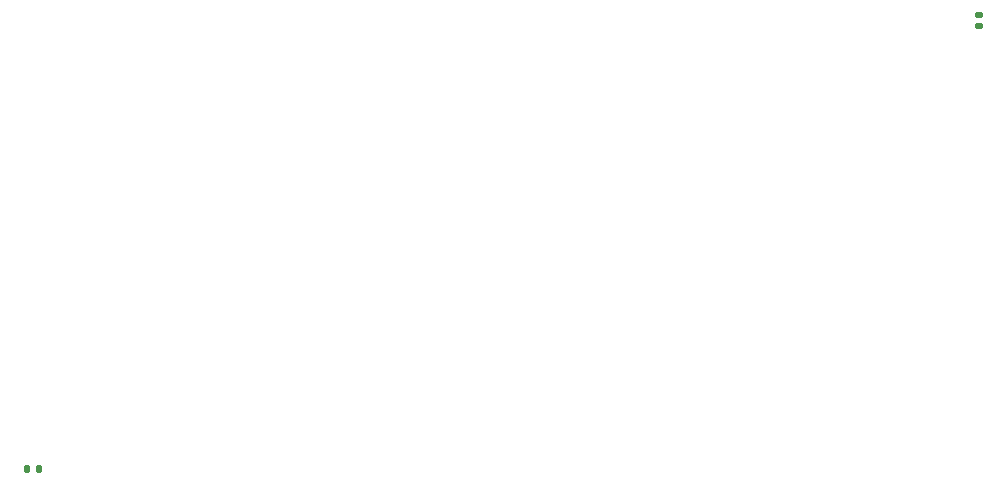
<source format=gbr>
%TF.GenerationSoftware,KiCad,Pcbnew,8.0.1*%
%TF.CreationDate,2024-06-25T09:58:30-03:00*%
%TF.ProjectId,EA075_Optisort,45413037-355f-44f7-9074-69736f72742e,rev?*%
%TF.SameCoordinates,Original*%
%TF.FileFunction,Paste,Bot*%
%TF.FilePolarity,Positive*%
%FSLAX46Y46*%
G04 Gerber Fmt 4.6, Leading zero omitted, Abs format (unit mm)*
G04 Created by KiCad (PCBNEW 8.0.1) date 2024-06-25 09:58:30*
%MOMM*%
%LPD*%
G01*
G04 APERTURE LIST*
G04 Aperture macros list*
%AMRoundRect*
0 Rectangle with rounded corners*
0 $1 Rounding radius*
0 $2 $3 $4 $5 $6 $7 $8 $9 X,Y pos of 4 corners*
0 Add a 4 corners polygon primitive as box body*
4,1,4,$2,$3,$4,$5,$6,$7,$8,$9,$2,$3,0*
0 Add four circle primitives for the rounded corners*
1,1,$1+$1,$2,$3*
1,1,$1+$1,$4,$5*
1,1,$1+$1,$6,$7*
1,1,$1+$1,$8,$9*
0 Add four rect primitives between the rounded corners*
20,1,$1+$1,$2,$3,$4,$5,0*
20,1,$1+$1,$4,$5,$6,$7,0*
20,1,$1+$1,$6,$7,$8,$9,0*
20,1,$1+$1,$8,$9,$2,$3,0*%
G04 Aperture macros list end*
%ADD10RoundRect,0.140000X-0.140000X-0.170000X0.140000X-0.170000X0.140000X0.170000X-0.140000X0.170000X0*%
%ADD11RoundRect,0.140000X-0.170000X0.140000X-0.170000X-0.140000X0.170000X-0.140000X0.170000X0.140000X0*%
G04 APERTURE END LIST*
D10*
%TO.C,C2*%
X70400000Y-94800000D03*
X71360000Y-94800000D03*
%TD*%
D11*
%TO.C,C1*%
X150950000Y-56370000D03*
X150950000Y-57330000D03*
%TD*%
M02*

</source>
